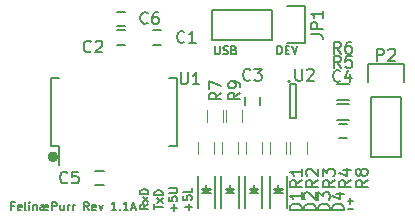
<source format=gto>
G04 #@! TF.FileFunction,Legend,Top*
%FSLAX46Y46*%
G04 Gerber Fmt 4.6, Leading zero omitted, Abs format (unit mm)*
G04 Created by KiCad (PCBNEW (2016-07-14 BZR 6980)-product) date Sunday, 23 April 2017 'PMt' 23:05:11*
%MOMM*%
%LPD*%
G01*
G04 APERTURE LIST*
%ADD10C,0.150000*%
%ADD11C,0.200000*%
%ADD12C,0.500000*%
%ADD13C,0.175000*%
%ADD14C,0.120000*%
%ADD15R,0.800000X0.750000*%
%ADD16R,0.750000X0.800000*%
%ADD17R,1.198880X1.198880*%
%ADD18R,1.727200X2.032000*%
%ADD19O,1.727200X2.032000*%
%ADD20R,0.500000X0.900000*%
%ADD21R,0.450000X1.750000*%
%ADD22R,1.060000X0.650000*%
%ADD23R,2.032000X1.727200*%
%ADD24O,2.032000X1.727200*%
%ADD25R,0.900000X0.500000*%
%ADD26C,1.300000*%
%ADD27C,2.800000*%
%ADD28C,1.200000*%
G04 APERTURE END LIST*
D10*
D11*
X181000000Y-96250000D02*
X181000000Y-96750000D01*
X180750000Y-96500000D02*
X181250000Y-96500000D01*
X180750000Y-97250000D02*
X181250000Y-97250000D01*
D12*
X156000000Y-92800000D02*
G75*
G03X156000000Y-92800000I-200000J0D01*
G01*
D13*
X174800000Y-84116666D02*
X174800000Y-83416666D01*
X174966666Y-83416666D01*
X175066666Y-83450000D01*
X175133333Y-83516666D01*
X175166666Y-83583333D01*
X175200000Y-83716666D01*
X175200000Y-83816666D01*
X175166666Y-83950000D01*
X175133333Y-84016666D01*
X175066666Y-84083333D01*
X174966666Y-84116666D01*
X174800000Y-84116666D01*
X175500000Y-83750000D02*
X175733333Y-83750000D01*
X175833333Y-84116666D02*
X175500000Y-84116666D01*
X175500000Y-83416666D01*
X175833333Y-83416666D01*
X176033333Y-83416666D02*
X176266666Y-84116666D01*
X176500000Y-83416666D01*
X169516666Y-83416666D02*
X169516666Y-83983333D01*
X169550000Y-84050000D01*
X169583333Y-84083333D01*
X169650000Y-84116666D01*
X169783333Y-84116666D01*
X169850000Y-84083333D01*
X169883333Y-84050000D01*
X169916666Y-83983333D01*
X169916666Y-83416666D01*
X170216666Y-84083333D02*
X170316666Y-84116666D01*
X170483333Y-84116666D01*
X170550000Y-84083333D01*
X170583333Y-84050000D01*
X170616666Y-83983333D01*
X170616666Y-83916666D01*
X170583333Y-83850000D01*
X170550000Y-83816666D01*
X170483333Y-83783333D01*
X170350000Y-83750000D01*
X170283333Y-83716666D01*
X170250000Y-83683333D01*
X170216666Y-83616666D01*
X170216666Y-83550000D01*
X170250000Y-83483333D01*
X170283333Y-83450000D01*
X170350000Y-83416666D01*
X170516666Y-83416666D01*
X170616666Y-83450000D01*
X171150000Y-83750000D02*
X171250000Y-83783333D01*
X171283333Y-83816666D01*
X171316666Y-83883333D01*
X171316666Y-83983333D01*
X171283333Y-84050000D01*
X171250000Y-84083333D01*
X171183333Y-84116666D01*
X170916666Y-84116666D01*
X170916666Y-83416666D01*
X171150000Y-83416666D01*
X171216666Y-83450000D01*
X171250000Y-83483333D01*
X171283333Y-83550000D01*
X171283333Y-83616666D01*
X171250000Y-83683333D01*
X171216666Y-83716666D01*
X171150000Y-83750000D01*
X170916666Y-83750000D01*
X163879166Y-96816666D02*
X163545833Y-97050000D01*
X163879166Y-97216666D02*
X163179166Y-97216666D01*
X163179166Y-96950000D01*
X163212500Y-96883333D01*
X163245833Y-96850000D01*
X163312500Y-96816666D01*
X163412500Y-96816666D01*
X163479166Y-96850000D01*
X163512500Y-96883333D01*
X163545833Y-96950000D01*
X163545833Y-97216666D01*
X163879166Y-96583333D02*
X163412500Y-96216666D01*
X163412500Y-96583333D02*
X163879166Y-96216666D01*
X163879166Y-95950000D02*
X163179166Y-95950000D01*
X163179166Y-95783333D01*
X163212500Y-95683333D01*
X163279166Y-95616666D01*
X163345833Y-95583333D01*
X163479166Y-95550000D01*
X163579166Y-95550000D01*
X163712500Y-95583333D01*
X163779166Y-95616666D01*
X163845833Y-95683333D01*
X163879166Y-95783333D01*
X163879166Y-95950000D01*
X164404166Y-97233333D02*
X164404166Y-96833333D01*
X165104166Y-97033333D02*
X164404166Y-97033333D01*
X165104166Y-96666666D02*
X164637500Y-96300000D01*
X164637500Y-96666666D02*
X165104166Y-96300000D01*
X165104166Y-96033333D02*
X164404166Y-96033333D01*
X164404166Y-95866666D01*
X164437500Y-95766666D01*
X164504166Y-95700000D01*
X164570833Y-95666666D01*
X164704166Y-95633333D01*
X164804166Y-95633333D01*
X164937500Y-95666666D01*
X165004166Y-95700000D01*
X165070833Y-95766666D01*
X165104166Y-95866666D01*
X165104166Y-96033333D01*
X166062500Y-97366666D02*
X166062500Y-96833333D01*
X166329166Y-97100000D02*
X165795833Y-97100000D01*
X165629166Y-96166666D02*
X165629166Y-96500000D01*
X165962500Y-96533333D01*
X165929166Y-96500000D01*
X165895833Y-96433333D01*
X165895833Y-96266666D01*
X165929166Y-96200000D01*
X165962500Y-96166666D01*
X166029166Y-96133333D01*
X166195833Y-96133333D01*
X166262500Y-96166666D01*
X166295833Y-96200000D01*
X166329166Y-96266666D01*
X166329166Y-96433333D01*
X166295833Y-96500000D01*
X166262500Y-96533333D01*
X165629166Y-95833333D02*
X166195833Y-95833333D01*
X166262500Y-95800000D01*
X166295833Y-95766666D01*
X166329166Y-95700000D01*
X166329166Y-95566666D01*
X166295833Y-95500000D01*
X166262500Y-95466666D01*
X166195833Y-95433333D01*
X165629166Y-95433333D01*
X167287500Y-97283333D02*
X167287500Y-96750000D01*
X167554166Y-97016666D02*
X167020833Y-97016666D01*
X166854166Y-96083333D02*
X166854166Y-96416666D01*
X167187500Y-96450000D01*
X167154166Y-96416666D01*
X167120833Y-96350000D01*
X167120833Y-96183333D01*
X167154166Y-96116666D01*
X167187500Y-96083333D01*
X167254166Y-96050000D01*
X167420833Y-96050000D01*
X167487500Y-96083333D01*
X167520833Y-96116666D01*
X167554166Y-96183333D01*
X167554166Y-96350000D01*
X167520833Y-96416666D01*
X167487500Y-96450000D01*
X167554166Y-95416666D02*
X167554166Y-95750000D01*
X166854166Y-95750000D01*
X152483333Y-96950000D02*
X152250000Y-96950000D01*
X152250000Y-97316666D02*
X152250000Y-96616666D01*
X152583333Y-96616666D01*
X153116666Y-97283333D02*
X153050000Y-97316666D01*
X152916666Y-97316666D01*
X152850000Y-97283333D01*
X152816666Y-97216666D01*
X152816666Y-96950000D01*
X152850000Y-96883333D01*
X152916666Y-96850000D01*
X153050000Y-96850000D01*
X153116666Y-96883333D01*
X153150000Y-96950000D01*
X153150000Y-97016666D01*
X152816666Y-97083333D01*
X153550000Y-97316666D02*
X153483333Y-97283333D01*
X153450000Y-97216666D01*
X153450000Y-96616666D01*
X153816666Y-97316666D02*
X153816666Y-96850000D01*
X153816666Y-96616666D02*
X153783333Y-96650000D01*
X153816666Y-96683333D01*
X153850000Y-96650000D01*
X153816666Y-96616666D01*
X153816666Y-96683333D01*
X154150000Y-96850000D02*
X154150000Y-97316666D01*
X154150000Y-96916666D02*
X154183333Y-96883333D01*
X154250000Y-96850000D01*
X154350000Y-96850000D01*
X154416666Y-96883333D01*
X154450000Y-96950000D01*
X154450000Y-97316666D01*
X154783333Y-96883333D02*
X154850000Y-96850000D01*
X154983333Y-96850000D01*
X155050000Y-96883333D01*
X155083333Y-96950000D01*
X155383333Y-97283333D02*
X155316666Y-97316666D01*
X155183333Y-97316666D01*
X155116666Y-97283333D01*
X155083333Y-97216666D01*
X155083333Y-96950000D01*
X155116666Y-96883333D01*
X155183333Y-96850000D01*
X155316666Y-96850000D01*
X155383333Y-96883333D01*
X155416666Y-96950000D01*
X155416666Y-97016666D01*
X155083333Y-97050000D01*
X154850000Y-97050000D01*
X154783333Y-97083333D01*
X154750000Y-97150000D01*
X154750000Y-97216666D01*
X154783333Y-97283333D01*
X154850000Y-97316666D01*
X154983333Y-97316666D01*
X155050000Y-97283333D01*
X155083333Y-97216666D01*
X155716666Y-97316666D02*
X155716666Y-96616666D01*
X155983333Y-96616666D01*
X156050000Y-96650000D01*
X156083333Y-96683333D01*
X156116666Y-96750000D01*
X156116666Y-96850000D01*
X156083333Y-96916666D01*
X156050000Y-96950000D01*
X155983333Y-96983333D01*
X155716666Y-96983333D01*
X156716666Y-96850000D02*
X156716666Y-97316666D01*
X156416666Y-96850000D02*
X156416666Y-97216666D01*
X156450000Y-97283333D01*
X156516666Y-97316666D01*
X156616666Y-97316666D01*
X156683333Y-97283333D01*
X156716666Y-97250000D01*
X157050000Y-97316666D02*
X157050000Y-96850000D01*
X157050000Y-96983333D02*
X157083333Y-96916666D01*
X157116666Y-96883333D01*
X157183333Y-96850000D01*
X157250000Y-96850000D01*
X157483333Y-97316666D02*
X157483333Y-96850000D01*
X157483333Y-96983333D02*
X157516666Y-96916666D01*
X157550000Y-96883333D01*
X157616666Y-96850000D01*
X157683333Y-96850000D01*
X158850000Y-97316666D02*
X158616666Y-96983333D01*
X158450000Y-97316666D02*
X158450000Y-96616666D01*
X158716666Y-96616666D01*
X158783333Y-96650000D01*
X158816666Y-96683333D01*
X158850000Y-96750000D01*
X158850000Y-96850000D01*
X158816666Y-96916666D01*
X158783333Y-96950000D01*
X158716666Y-96983333D01*
X158450000Y-96983333D01*
X159416666Y-97283333D02*
X159350000Y-97316666D01*
X159216666Y-97316666D01*
X159150000Y-97283333D01*
X159116666Y-97216666D01*
X159116666Y-96950000D01*
X159150000Y-96883333D01*
X159216666Y-96850000D01*
X159350000Y-96850000D01*
X159416666Y-96883333D01*
X159450000Y-96950000D01*
X159450000Y-97016666D01*
X159116666Y-97083333D01*
X159683333Y-96850000D02*
X159850000Y-97316666D01*
X160016666Y-96850000D01*
X161183333Y-97316666D02*
X160783333Y-97316666D01*
X160983333Y-97316666D02*
X160983333Y-96616666D01*
X160916666Y-96716666D01*
X160850000Y-96783333D01*
X160783333Y-96816666D01*
X161483333Y-97250000D02*
X161516666Y-97283333D01*
X161483333Y-97316666D01*
X161450000Y-97283333D01*
X161483333Y-97250000D01*
X161483333Y-97316666D01*
X162183333Y-97316666D02*
X161783333Y-97316666D01*
X161983333Y-97316666D02*
X161983333Y-96616666D01*
X161916666Y-96716666D01*
X161850000Y-96783333D01*
X161783333Y-96816666D01*
X162450000Y-97116666D02*
X162783333Y-97116666D01*
X162383333Y-97316666D02*
X162616666Y-96616666D01*
X162850000Y-97316666D01*
D10*
X164950000Y-83300000D02*
X164250000Y-83300000D01*
X164250000Y-82100000D02*
X164950000Y-82100000D01*
X161950000Y-83300000D02*
X161250000Y-83300000D01*
X161250000Y-82100000D02*
X161950000Y-82100000D01*
X173300000Y-87750000D02*
X173300000Y-88450000D01*
X172100000Y-88450000D02*
X172100000Y-87750000D01*
X180700000Y-91200000D02*
X180000000Y-91200000D01*
X180000000Y-90000000D02*
X180700000Y-90000000D01*
X169550000Y-97149020D02*
X169550000Y-94449020D01*
X168050000Y-97149020D02*
X168050000Y-94449020D01*
X168950000Y-95649020D02*
X168700000Y-95649020D01*
X168700000Y-95649020D02*
X168850000Y-95799020D01*
X168450000Y-95899020D02*
X169150000Y-95899020D01*
X168800000Y-95549020D02*
X168800000Y-95199020D01*
X168800000Y-95899020D02*
X168450000Y-95549020D01*
X168450000Y-95549020D02*
X169150000Y-95549020D01*
X169150000Y-95549020D02*
X168800000Y-95899020D01*
X171550000Y-97149020D02*
X171550000Y-94449020D01*
X170050000Y-97149020D02*
X170050000Y-94449020D01*
X170950000Y-95649020D02*
X170700000Y-95649020D01*
X170700000Y-95649020D02*
X170850000Y-95799020D01*
X170450000Y-95899020D02*
X171150000Y-95899020D01*
X170800000Y-95549020D02*
X170800000Y-95199020D01*
X170800000Y-95899020D02*
X170450000Y-95549020D01*
X170450000Y-95549020D02*
X171150000Y-95549020D01*
X171150000Y-95549020D02*
X170800000Y-95899020D01*
X173550000Y-97149020D02*
X173550000Y-94449020D01*
X172050000Y-97149020D02*
X172050000Y-94449020D01*
X172950000Y-95649020D02*
X172700000Y-95649020D01*
X172700000Y-95649020D02*
X172850000Y-95799020D01*
X172450000Y-95899020D02*
X173150000Y-95899020D01*
X172800000Y-95549020D02*
X172800000Y-95199020D01*
X172800000Y-95899020D02*
X172450000Y-95549020D01*
X172450000Y-95549020D02*
X173150000Y-95549020D01*
X173150000Y-95549020D02*
X172800000Y-95899020D01*
X174370000Y-80330000D02*
X169290000Y-80330000D01*
X169290000Y-80330000D02*
X169290000Y-82870000D01*
X169290000Y-82870000D02*
X174370000Y-82870000D01*
X177190000Y-83150000D02*
X175640000Y-83150000D01*
X174370000Y-82870000D02*
X174370000Y-80330000D01*
X175640000Y-80050000D02*
X177190000Y-80050000D01*
X177190000Y-80050000D02*
X177190000Y-83150000D01*
X179850000Y-88325000D02*
X180850000Y-88325000D01*
X180850000Y-89675000D02*
X179850000Y-89675000D01*
X180850000Y-87975000D02*
X179850000Y-87975000D01*
X179850000Y-86625000D02*
X180850000Y-86625000D01*
X155675000Y-91875000D02*
X156325000Y-91875000D01*
X155675000Y-86125000D02*
X156325000Y-86125000D01*
X166325000Y-86125000D02*
X165675000Y-86125000D01*
X166325000Y-91875000D02*
X165675000Y-91875000D01*
X155675000Y-91875000D02*
X155675000Y-86125000D01*
X166325000Y-91875000D02*
X166325000Y-86125000D01*
X156325000Y-91875000D02*
X156325000Y-93475000D01*
X175900000Y-86400000D02*
G75*
G03X175900000Y-86400000I-100000J0D01*
G01*
X176350000Y-86650000D02*
X175850000Y-86650000D01*
X176350000Y-89550000D02*
X176350000Y-86650000D01*
X175850000Y-89550000D02*
X176350000Y-89550000D01*
X175850000Y-86650000D02*
X175850000Y-89550000D01*
X182730000Y-87730000D02*
X182730000Y-92810000D01*
X182730000Y-92810000D02*
X185270000Y-92810000D01*
X185270000Y-92810000D02*
X185270000Y-87730000D01*
X185550000Y-84910000D02*
X185550000Y-86460000D01*
X185270000Y-87730000D02*
X182730000Y-87730000D01*
X182450000Y-86460000D02*
X182450000Y-84910000D01*
X182450000Y-84910000D02*
X185550000Y-84910000D01*
X175650000Y-97150980D02*
X175650000Y-94450980D01*
X174150000Y-97150980D02*
X174150000Y-94450980D01*
X175050000Y-95650980D02*
X174800000Y-95650980D01*
X174800000Y-95650980D02*
X174950000Y-95800980D01*
X174550000Y-95900980D02*
X175250000Y-95900980D01*
X174900000Y-95550980D02*
X174900000Y-95200980D01*
X174900000Y-95900980D02*
X174550000Y-95550980D01*
X174550000Y-95550980D02*
X175250000Y-95550980D01*
X175250000Y-95550980D02*
X174900000Y-95900980D01*
X159400000Y-94000000D02*
X160100000Y-94000000D01*
X160100000Y-95200000D02*
X159400000Y-95200000D01*
X161950000Y-81700000D02*
X161250000Y-81700000D01*
X161250000Y-80500000D02*
X161950000Y-80500000D01*
D14*
X170470000Y-89850000D02*
X170470000Y-88850000D01*
X171830000Y-88850000D02*
X171830000Y-89850000D01*
X168870000Y-89850000D02*
X168870000Y-88850000D01*
X170230000Y-88850000D02*
X170230000Y-89850000D01*
X168120000Y-92550000D02*
X168120000Y-91550000D01*
X169480000Y-91550000D02*
X169480000Y-92550000D01*
X170120000Y-92550000D02*
X170120000Y-91550000D01*
X171480000Y-91550000D02*
X171480000Y-92550000D01*
X172120000Y-92550000D02*
X172120000Y-91550000D01*
X173480000Y-91550000D02*
X173480000Y-92550000D01*
X174220000Y-92550000D02*
X174220000Y-91550000D01*
X175580000Y-91550000D02*
X175580000Y-92550000D01*
X175920000Y-92550000D02*
X175920000Y-91550000D01*
X177280000Y-91550000D02*
X177280000Y-92550000D01*
D10*
X166933333Y-83057142D02*
X166885714Y-83104761D01*
X166742857Y-83152380D01*
X166647619Y-83152380D01*
X166504761Y-83104761D01*
X166409523Y-83009523D01*
X166361904Y-82914285D01*
X166314285Y-82723809D01*
X166314285Y-82580952D01*
X166361904Y-82390476D01*
X166409523Y-82295238D01*
X166504761Y-82200000D01*
X166647619Y-82152380D01*
X166742857Y-82152380D01*
X166885714Y-82200000D01*
X166933333Y-82247619D01*
X167885714Y-83152380D02*
X167314285Y-83152380D01*
X167600000Y-83152380D02*
X167600000Y-82152380D01*
X167504761Y-82295238D01*
X167409523Y-82390476D01*
X167314285Y-82438095D01*
X159033333Y-83857142D02*
X158985714Y-83904761D01*
X158842857Y-83952380D01*
X158747619Y-83952380D01*
X158604761Y-83904761D01*
X158509523Y-83809523D01*
X158461904Y-83714285D01*
X158414285Y-83523809D01*
X158414285Y-83380952D01*
X158461904Y-83190476D01*
X158509523Y-83095238D01*
X158604761Y-83000000D01*
X158747619Y-82952380D01*
X158842857Y-82952380D01*
X158985714Y-83000000D01*
X159033333Y-83047619D01*
X159414285Y-83047619D02*
X159461904Y-83000000D01*
X159557142Y-82952380D01*
X159795238Y-82952380D01*
X159890476Y-83000000D01*
X159938095Y-83047619D01*
X159985714Y-83142857D01*
X159985714Y-83238095D01*
X159938095Y-83380952D01*
X159366666Y-83952380D01*
X159985714Y-83952380D01*
X172533333Y-86257142D02*
X172485714Y-86304761D01*
X172342857Y-86352380D01*
X172247619Y-86352380D01*
X172104761Y-86304761D01*
X172009523Y-86209523D01*
X171961904Y-86114285D01*
X171914285Y-85923809D01*
X171914285Y-85780952D01*
X171961904Y-85590476D01*
X172009523Y-85495238D01*
X172104761Y-85400000D01*
X172247619Y-85352380D01*
X172342857Y-85352380D01*
X172485714Y-85400000D01*
X172533333Y-85447619D01*
X172866666Y-85352380D02*
X173485714Y-85352380D01*
X173152380Y-85733333D01*
X173295238Y-85733333D01*
X173390476Y-85780952D01*
X173438095Y-85828571D01*
X173485714Y-85923809D01*
X173485714Y-86161904D01*
X173438095Y-86257142D01*
X173390476Y-86304761D01*
X173295238Y-86352380D01*
X173009523Y-86352380D01*
X172914285Y-86304761D01*
X172866666Y-86257142D01*
X180133333Y-86357142D02*
X180085714Y-86404761D01*
X179942857Y-86452380D01*
X179847619Y-86452380D01*
X179704761Y-86404761D01*
X179609523Y-86309523D01*
X179561904Y-86214285D01*
X179514285Y-86023809D01*
X179514285Y-85880952D01*
X179561904Y-85690476D01*
X179609523Y-85595238D01*
X179704761Y-85500000D01*
X179847619Y-85452380D01*
X179942857Y-85452380D01*
X180085714Y-85500000D01*
X180133333Y-85547619D01*
X180990476Y-85785714D02*
X180990476Y-86452380D01*
X180752380Y-85404761D02*
X180514285Y-86119047D01*
X181133333Y-86119047D01*
X176852380Y-97338095D02*
X175852380Y-97338095D01*
X175852380Y-97100000D01*
X175900000Y-96957142D01*
X175995238Y-96861904D01*
X176090476Y-96814285D01*
X176280952Y-96766666D01*
X176423809Y-96766666D01*
X176614285Y-96814285D01*
X176709523Y-96861904D01*
X176804761Y-96957142D01*
X176852380Y-97100000D01*
X176852380Y-97338095D01*
X176852380Y-95814285D02*
X176852380Y-96385714D01*
X176852380Y-96100000D02*
X175852380Y-96100000D01*
X175995238Y-96195238D01*
X176090476Y-96290476D01*
X176138095Y-96385714D01*
X178052380Y-97338095D02*
X177052380Y-97338095D01*
X177052380Y-97100000D01*
X177100000Y-96957142D01*
X177195238Y-96861904D01*
X177290476Y-96814285D01*
X177480952Y-96766666D01*
X177623809Y-96766666D01*
X177814285Y-96814285D01*
X177909523Y-96861904D01*
X178004761Y-96957142D01*
X178052380Y-97100000D01*
X178052380Y-97338095D01*
X177147619Y-96385714D02*
X177100000Y-96338095D01*
X177052380Y-96242857D01*
X177052380Y-96004761D01*
X177100000Y-95909523D01*
X177147619Y-95861904D01*
X177242857Y-95814285D01*
X177338095Y-95814285D01*
X177480952Y-95861904D01*
X178052380Y-96433333D01*
X178052380Y-95814285D01*
X179252380Y-97338095D02*
X178252380Y-97338095D01*
X178252380Y-97100000D01*
X178300000Y-96957142D01*
X178395238Y-96861904D01*
X178490476Y-96814285D01*
X178680952Y-96766666D01*
X178823809Y-96766666D01*
X179014285Y-96814285D01*
X179109523Y-96861904D01*
X179204761Y-96957142D01*
X179252380Y-97100000D01*
X179252380Y-97338095D01*
X178252380Y-96433333D02*
X178252380Y-95814285D01*
X178633333Y-96147619D01*
X178633333Y-96004761D01*
X178680952Y-95909523D01*
X178728571Y-95861904D01*
X178823809Y-95814285D01*
X179061904Y-95814285D01*
X179157142Y-95861904D01*
X179204761Y-95909523D01*
X179252380Y-96004761D01*
X179252380Y-96290476D01*
X179204761Y-96385714D01*
X179157142Y-96433333D01*
X177652380Y-82433333D02*
X178366666Y-82433333D01*
X178509523Y-82480952D01*
X178604761Y-82576190D01*
X178652380Y-82719047D01*
X178652380Y-82814285D01*
X178652380Y-81957142D02*
X177652380Y-81957142D01*
X177652380Y-81576190D01*
X177700000Y-81480952D01*
X177747619Y-81433333D01*
X177842857Y-81385714D01*
X177985714Y-81385714D01*
X178080952Y-81433333D01*
X178128571Y-81480952D01*
X178176190Y-81576190D01*
X178176190Y-81957142D01*
X178652380Y-80433333D02*
X178652380Y-81004761D01*
X178652380Y-80719047D02*
X177652380Y-80719047D01*
X177795238Y-80814285D01*
X177890476Y-80909523D01*
X177938095Y-81004761D01*
X180183333Y-85252380D02*
X179850000Y-84776190D01*
X179611904Y-85252380D02*
X179611904Y-84252380D01*
X179992857Y-84252380D01*
X180088095Y-84300000D01*
X180135714Y-84347619D01*
X180183333Y-84442857D01*
X180183333Y-84585714D01*
X180135714Y-84680952D01*
X180088095Y-84728571D01*
X179992857Y-84776190D01*
X179611904Y-84776190D01*
X181088095Y-84252380D02*
X180611904Y-84252380D01*
X180564285Y-84728571D01*
X180611904Y-84680952D01*
X180707142Y-84633333D01*
X180945238Y-84633333D01*
X181040476Y-84680952D01*
X181088095Y-84728571D01*
X181135714Y-84823809D01*
X181135714Y-85061904D01*
X181088095Y-85157142D01*
X181040476Y-85204761D01*
X180945238Y-85252380D01*
X180707142Y-85252380D01*
X180611904Y-85204761D01*
X180564285Y-85157142D01*
X180183333Y-84052380D02*
X179850000Y-83576190D01*
X179611904Y-84052380D02*
X179611904Y-83052380D01*
X179992857Y-83052380D01*
X180088095Y-83100000D01*
X180135714Y-83147619D01*
X180183333Y-83242857D01*
X180183333Y-83385714D01*
X180135714Y-83480952D01*
X180088095Y-83528571D01*
X179992857Y-83576190D01*
X179611904Y-83576190D01*
X181040476Y-83052380D02*
X180850000Y-83052380D01*
X180754761Y-83100000D01*
X180707142Y-83147619D01*
X180611904Y-83290476D01*
X180564285Y-83480952D01*
X180564285Y-83861904D01*
X180611904Y-83957142D01*
X180659523Y-84004761D01*
X180754761Y-84052380D01*
X180945238Y-84052380D01*
X181040476Y-84004761D01*
X181088095Y-83957142D01*
X181135714Y-83861904D01*
X181135714Y-83623809D01*
X181088095Y-83528571D01*
X181040476Y-83480952D01*
X180945238Y-83433333D01*
X180754761Y-83433333D01*
X180659523Y-83480952D01*
X180611904Y-83528571D01*
X180564285Y-83623809D01*
X166638095Y-85652380D02*
X166638095Y-86461904D01*
X166685714Y-86557142D01*
X166733333Y-86604761D01*
X166828571Y-86652380D01*
X167019047Y-86652380D01*
X167114285Y-86604761D01*
X167161904Y-86557142D01*
X167209523Y-86461904D01*
X167209523Y-85652380D01*
X168209523Y-86652380D02*
X167638095Y-86652380D01*
X167923809Y-86652380D02*
X167923809Y-85652380D01*
X167828571Y-85795238D01*
X167733333Y-85890476D01*
X167638095Y-85938095D01*
X176338095Y-85352380D02*
X176338095Y-86161904D01*
X176385714Y-86257142D01*
X176433333Y-86304761D01*
X176528571Y-86352380D01*
X176719047Y-86352380D01*
X176814285Y-86304761D01*
X176861904Y-86257142D01*
X176909523Y-86161904D01*
X176909523Y-85352380D01*
X177338095Y-85447619D02*
X177385714Y-85400000D01*
X177480952Y-85352380D01*
X177719047Y-85352380D01*
X177814285Y-85400000D01*
X177861904Y-85447619D01*
X177909523Y-85542857D01*
X177909523Y-85638095D01*
X177861904Y-85780952D01*
X177290476Y-86352380D01*
X177909523Y-86352380D01*
X183261904Y-84652380D02*
X183261904Y-83652380D01*
X183642857Y-83652380D01*
X183738095Y-83700000D01*
X183785714Y-83747619D01*
X183833333Y-83842857D01*
X183833333Y-83985714D01*
X183785714Y-84080952D01*
X183738095Y-84128571D01*
X183642857Y-84176190D01*
X183261904Y-84176190D01*
X184214285Y-83747619D02*
X184261904Y-83700000D01*
X184357142Y-83652380D01*
X184595238Y-83652380D01*
X184690476Y-83700000D01*
X184738095Y-83747619D01*
X184785714Y-83842857D01*
X184785714Y-83938095D01*
X184738095Y-84080952D01*
X184166666Y-84652380D01*
X184785714Y-84652380D01*
X180452380Y-97338095D02*
X179452380Y-97338095D01*
X179452380Y-97100000D01*
X179500000Y-96957142D01*
X179595238Y-96861904D01*
X179690476Y-96814285D01*
X179880952Y-96766666D01*
X180023809Y-96766666D01*
X180214285Y-96814285D01*
X180309523Y-96861904D01*
X180404761Y-96957142D01*
X180452380Y-97100000D01*
X180452380Y-97338095D01*
X179785714Y-95909523D02*
X180452380Y-95909523D01*
X179404761Y-96147619D02*
X180119047Y-96385714D01*
X180119047Y-95766666D01*
X157033333Y-94957142D02*
X156985714Y-95004761D01*
X156842857Y-95052380D01*
X156747619Y-95052380D01*
X156604761Y-95004761D01*
X156509523Y-94909523D01*
X156461904Y-94814285D01*
X156414285Y-94623809D01*
X156414285Y-94480952D01*
X156461904Y-94290476D01*
X156509523Y-94195238D01*
X156604761Y-94100000D01*
X156747619Y-94052380D01*
X156842857Y-94052380D01*
X156985714Y-94100000D01*
X157033333Y-94147619D01*
X157938095Y-94052380D02*
X157461904Y-94052380D01*
X157414285Y-94528571D01*
X157461904Y-94480952D01*
X157557142Y-94433333D01*
X157795238Y-94433333D01*
X157890476Y-94480952D01*
X157938095Y-94528571D01*
X157985714Y-94623809D01*
X157985714Y-94861904D01*
X157938095Y-94957142D01*
X157890476Y-95004761D01*
X157795238Y-95052380D01*
X157557142Y-95052380D01*
X157461904Y-95004761D01*
X157414285Y-94957142D01*
X163833333Y-81457142D02*
X163785714Y-81504761D01*
X163642857Y-81552380D01*
X163547619Y-81552380D01*
X163404761Y-81504761D01*
X163309523Y-81409523D01*
X163261904Y-81314285D01*
X163214285Y-81123809D01*
X163214285Y-80980952D01*
X163261904Y-80790476D01*
X163309523Y-80695238D01*
X163404761Y-80600000D01*
X163547619Y-80552380D01*
X163642857Y-80552380D01*
X163785714Y-80600000D01*
X163833333Y-80647619D01*
X164690476Y-80552380D02*
X164500000Y-80552380D01*
X164404761Y-80600000D01*
X164357142Y-80647619D01*
X164261904Y-80790476D01*
X164214285Y-80980952D01*
X164214285Y-81361904D01*
X164261904Y-81457142D01*
X164309523Y-81504761D01*
X164404761Y-81552380D01*
X164595238Y-81552380D01*
X164690476Y-81504761D01*
X164738095Y-81457142D01*
X164785714Y-81361904D01*
X164785714Y-81123809D01*
X164738095Y-81028571D01*
X164690476Y-80980952D01*
X164595238Y-80933333D01*
X164404761Y-80933333D01*
X164309523Y-80980952D01*
X164261904Y-81028571D01*
X164214285Y-81123809D01*
X171652380Y-87366666D02*
X171176190Y-87700000D01*
X171652380Y-87938095D02*
X170652380Y-87938095D01*
X170652380Y-87557142D01*
X170700000Y-87461904D01*
X170747619Y-87414285D01*
X170842857Y-87366666D01*
X170985714Y-87366666D01*
X171080952Y-87414285D01*
X171128571Y-87461904D01*
X171176190Y-87557142D01*
X171176190Y-87938095D01*
X171652380Y-86890476D02*
X171652380Y-86700000D01*
X171604761Y-86604761D01*
X171557142Y-86557142D01*
X171414285Y-86461904D01*
X171223809Y-86414285D01*
X170842857Y-86414285D01*
X170747619Y-86461904D01*
X170700000Y-86509523D01*
X170652380Y-86604761D01*
X170652380Y-86795238D01*
X170700000Y-86890476D01*
X170747619Y-86938095D01*
X170842857Y-86985714D01*
X171080952Y-86985714D01*
X171176190Y-86938095D01*
X171223809Y-86890476D01*
X171271428Y-86795238D01*
X171271428Y-86604761D01*
X171223809Y-86509523D01*
X171176190Y-86461904D01*
X171080952Y-86414285D01*
X170052380Y-87366666D02*
X169576190Y-87700000D01*
X170052380Y-87938095D02*
X169052380Y-87938095D01*
X169052380Y-87557142D01*
X169100000Y-87461904D01*
X169147619Y-87414285D01*
X169242857Y-87366666D01*
X169385714Y-87366666D01*
X169480952Y-87414285D01*
X169528571Y-87461904D01*
X169576190Y-87557142D01*
X169576190Y-87938095D01*
X169052380Y-87033333D02*
X169052380Y-86366666D01*
X170052380Y-86795238D01*
X176902380Y-94766666D02*
X176426190Y-95100000D01*
X176902380Y-95338095D02*
X175902380Y-95338095D01*
X175902380Y-94957142D01*
X175950000Y-94861904D01*
X175997619Y-94814285D01*
X176092857Y-94766666D01*
X176235714Y-94766666D01*
X176330952Y-94814285D01*
X176378571Y-94861904D01*
X176426190Y-94957142D01*
X176426190Y-95338095D01*
X176902380Y-93814285D02*
X176902380Y-94385714D01*
X176902380Y-94100000D02*
X175902380Y-94100000D01*
X176045238Y-94195238D01*
X176140476Y-94290476D01*
X176188095Y-94385714D01*
X178252380Y-94766666D02*
X177776190Y-95100000D01*
X178252380Y-95338095D02*
X177252380Y-95338095D01*
X177252380Y-94957142D01*
X177300000Y-94861904D01*
X177347619Y-94814285D01*
X177442857Y-94766666D01*
X177585714Y-94766666D01*
X177680952Y-94814285D01*
X177728571Y-94861904D01*
X177776190Y-94957142D01*
X177776190Y-95338095D01*
X177347619Y-94385714D02*
X177300000Y-94338095D01*
X177252380Y-94242857D01*
X177252380Y-94004761D01*
X177300000Y-93909523D01*
X177347619Y-93861904D01*
X177442857Y-93814285D01*
X177538095Y-93814285D01*
X177680952Y-93861904D01*
X178252380Y-94433333D01*
X178252380Y-93814285D01*
X179652380Y-94766666D02*
X179176190Y-95100000D01*
X179652380Y-95338095D02*
X178652380Y-95338095D01*
X178652380Y-94957142D01*
X178700000Y-94861904D01*
X178747619Y-94814285D01*
X178842857Y-94766666D01*
X178985714Y-94766666D01*
X179080952Y-94814285D01*
X179128571Y-94861904D01*
X179176190Y-94957142D01*
X179176190Y-95338095D01*
X178652380Y-94433333D02*
X178652380Y-93814285D01*
X179033333Y-94147619D01*
X179033333Y-94004761D01*
X179080952Y-93909523D01*
X179128571Y-93861904D01*
X179223809Y-93814285D01*
X179461904Y-93814285D01*
X179557142Y-93861904D01*
X179604761Y-93909523D01*
X179652380Y-94004761D01*
X179652380Y-94290476D01*
X179604761Y-94385714D01*
X179557142Y-94433333D01*
X181052380Y-94766666D02*
X180576190Y-95100000D01*
X181052380Y-95338095D02*
X180052380Y-95338095D01*
X180052380Y-94957142D01*
X180100000Y-94861904D01*
X180147619Y-94814285D01*
X180242857Y-94766666D01*
X180385714Y-94766666D01*
X180480952Y-94814285D01*
X180528571Y-94861904D01*
X180576190Y-94957142D01*
X180576190Y-95338095D01*
X180385714Y-93909523D02*
X181052380Y-93909523D01*
X180004761Y-94147619D02*
X180719047Y-94385714D01*
X180719047Y-93766666D01*
X182452380Y-94766666D02*
X181976190Y-95100000D01*
X182452380Y-95338095D02*
X181452380Y-95338095D01*
X181452380Y-94957142D01*
X181500000Y-94861904D01*
X181547619Y-94814285D01*
X181642857Y-94766666D01*
X181785714Y-94766666D01*
X181880952Y-94814285D01*
X181928571Y-94861904D01*
X181976190Y-94957142D01*
X181976190Y-95338095D01*
X181880952Y-94195238D02*
X181833333Y-94290476D01*
X181785714Y-94338095D01*
X181690476Y-94385714D01*
X181642857Y-94385714D01*
X181547619Y-94338095D01*
X181500000Y-94290476D01*
X181452380Y-94195238D01*
X181452380Y-94004761D01*
X181500000Y-93909523D01*
X181547619Y-93861904D01*
X181642857Y-93814285D01*
X181690476Y-93814285D01*
X181785714Y-93861904D01*
X181833333Y-93909523D01*
X181880952Y-94004761D01*
X181880952Y-94195238D01*
X181928571Y-94290476D01*
X181976190Y-94338095D01*
X182071428Y-94385714D01*
X182261904Y-94385714D01*
X182357142Y-94338095D01*
X182404761Y-94290476D01*
X182452380Y-94195238D01*
X182452380Y-94004761D01*
X182404761Y-93909523D01*
X182357142Y-93861904D01*
X182261904Y-93814285D01*
X182071428Y-93814285D01*
X181976190Y-93861904D01*
X181928571Y-93909523D01*
X181880952Y-94004761D01*
%LPC*%
D15*
X165350000Y-82700000D03*
X163850000Y-82700000D03*
X162350000Y-82700000D03*
X160850000Y-82700000D03*
D16*
X172700000Y-87350000D03*
X172700000Y-88850000D03*
D15*
X181100000Y-90600000D03*
X179600000Y-90600000D03*
D17*
X168800000Y-94500000D03*
X168800000Y-96598040D03*
X170800000Y-94500000D03*
X170800000Y-96598040D03*
X172800000Y-94500000D03*
X172800000Y-96598040D03*
D18*
X175640000Y-81600000D03*
D19*
X173100000Y-81600000D03*
X170560000Y-81600000D03*
D20*
X181100000Y-89000000D03*
X179600000Y-89000000D03*
X179600000Y-87300000D03*
X181100000Y-87300000D03*
D21*
X156775000Y-92600000D03*
X157425000Y-92600000D03*
X158075000Y-92600000D03*
X158725000Y-92600000D03*
X159375000Y-92600000D03*
X160025000Y-92600000D03*
X160675000Y-92600000D03*
X161325000Y-92600000D03*
X161975000Y-92600000D03*
X162625000Y-92600000D03*
X163275000Y-92600000D03*
X163925000Y-92600000D03*
X164575000Y-92600000D03*
X165225000Y-92600000D03*
X165225000Y-85400000D03*
X164575000Y-85400000D03*
X163925000Y-85400000D03*
X163275000Y-85400000D03*
X162625000Y-85400000D03*
X161975000Y-85400000D03*
X161325000Y-85400000D03*
X160675000Y-85400000D03*
X160025000Y-85400000D03*
X159375000Y-85400000D03*
X158725000Y-85400000D03*
X158075000Y-85400000D03*
X157425000Y-85400000D03*
X156775000Y-85400000D03*
D22*
X175000000Y-87150000D03*
X175000000Y-88100000D03*
X175000000Y-89050000D03*
X177200000Y-89050000D03*
X177200000Y-87150000D03*
D23*
X184000000Y-86460000D03*
D24*
X184000000Y-89000000D03*
X184000000Y-91540000D03*
D17*
X174900000Y-94501960D03*
X174900000Y-96600000D03*
D15*
X159000000Y-94600000D03*
X160500000Y-94600000D03*
X162350000Y-81100000D03*
X160850000Y-81100000D03*
D25*
X171150000Y-88600000D03*
X171150000Y-90100000D03*
X169550000Y-88600000D03*
X169550000Y-90100000D03*
X168800000Y-91300000D03*
X168800000Y-92800000D03*
X170800000Y-91300000D03*
X170800000Y-92800000D03*
X172800000Y-91300000D03*
X172800000Y-92800000D03*
X174900000Y-91300000D03*
X174900000Y-92800000D03*
X176600000Y-91300000D03*
X176600000Y-92800000D03*
D26*
X152900000Y-90350000D03*
X152900000Y-88350000D03*
X152900000Y-85850000D03*
X152900000Y-92850000D03*
D27*
X150800000Y-95200000D03*
X150800000Y-83500000D03*
D28*
X150800000Y-91600000D03*
X150800000Y-87100000D03*
M02*

</source>
